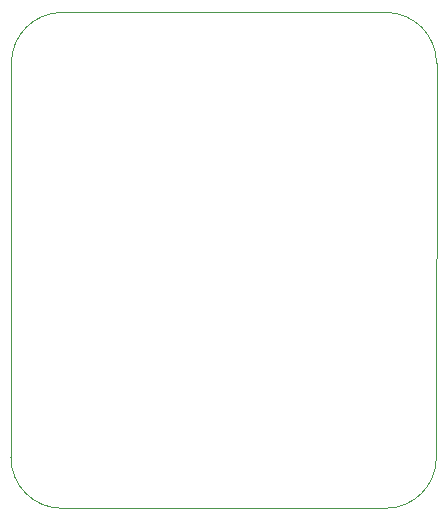
<source format=gbr>
%TF.GenerationSoftware,KiCad,Pcbnew,9.0.4*%
%TF.CreationDate,2026-01-01T20:18:17+00:00*%
%TF.ProjectId,rotary-switch,726f7461-7279-42d7-9377-697463682e6b,rev?*%
%TF.SameCoordinates,Original*%
%TF.FileFunction,Profile,NP*%
%FSLAX46Y46*%
G04 Gerber Fmt 4.6, Leading zero omitted, Abs format (unit mm)*
G04 Created by KiCad (PCBNEW 9.0.4) date 2026-01-01 20:18:17*
%MOMM*%
%LPD*%
G01*
G04 APERTURE LIST*
%TA.AperFunction,Profile*%
%ADD10C,0.050000*%
%TD*%
G04 APERTURE END LIST*
D10*
X97482779Y-74942221D02*
G75*
G02*
X93182779Y-70642221I0J4300000D01*
G01*
X93217220Y-37257780D02*
G75*
G02*
X97517220Y-32957780I4300000J0D01*
G01*
X129201661Y-70642221D02*
G75*
G02*
X124901661Y-74942221I-4300000J0D01*
G01*
X124917220Y-32957780D02*
G75*
G02*
X129217220Y-37257780I0J-4300000D01*
G01*
X124901661Y-74942221D02*
X97482780Y-74942221D01*
X93182779Y-70642220D02*
X93217220Y-37257780D01*
X97517220Y-32957780D02*
X124917220Y-32957780D01*
X129217220Y-37257780D02*
X129201660Y-70642221D01*
M02*

</source>
